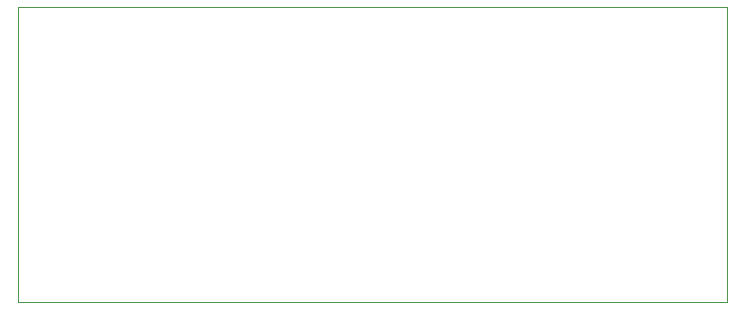
<source format=gbr>
%TF.GenerationSoftware,KiCad,Pcbnew,9.0.5*%
%TF.CreationDate,2025-10-21T11:31:11+02:00*%
%TF.ProjectId,PCB_switches,5043425f-7377-4697-9463-6865732e6b69,rev?*%
%TF.SameCoordinates,Original*%
%TF.FileFunction,Profile,NP*%
%FSLAX46Y46*%
G04 Gerber Fmt 4.6, Leading zero omitted, Abs format (unit mm)*
G04 Created by KiCad (PCBNEW 9.0.5) date 2025-10-21 11:31:11*
%MOMM*%
%LPD*%
G01*
G04 APERTURE LIST*
%TA.AperFunction,Profile*%
%ADD10C,0.050000*%
%TD*%
G04 APERTURE END LIST*
D10*
X98450000Y-83387545D02*
X158450000Y-83387545D01*
X158450000Y-108387545D01*
X98450000Y-108387545D01*
X98450000Y-83387545D01*
M02*

</source>
